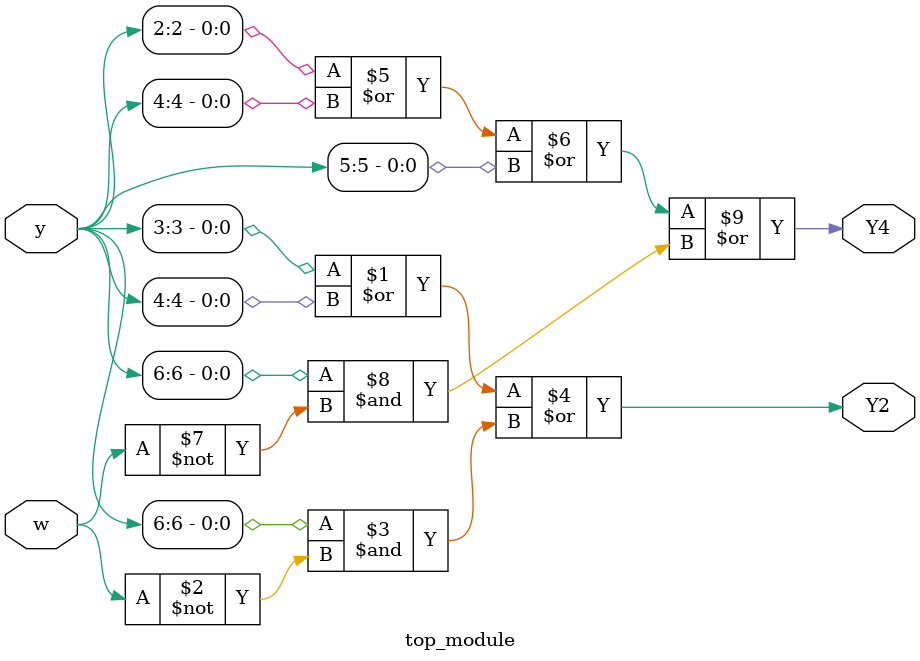
<source format=sv>
module top_module (
	input [6:1] y,
	input w,
	output Y2,
	output Y4
);
	
	assign Y2 = y[3] | y[4] | y[6] & ~w;
	assign Y4 = y[2] | y[4] | y[5] | y[6] & ~w;
	
endmodule

</source>
